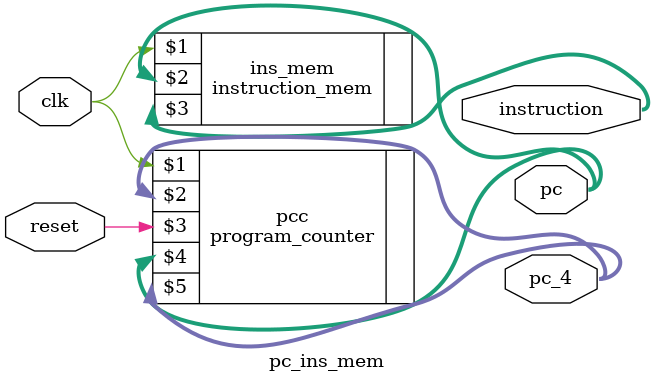
<source format=v>

module pc_ins_mem(clk, reset, instruction, pc, pc_4);
input clk, reset;
output[31:0] instruction;

output[31:0] pc, pc_4;

program_counter pcc(clk, pc_4, reset, pc, pc_4);
instruction_mem ins_mem(clk, pc, instruction);

endmodule
</source>
